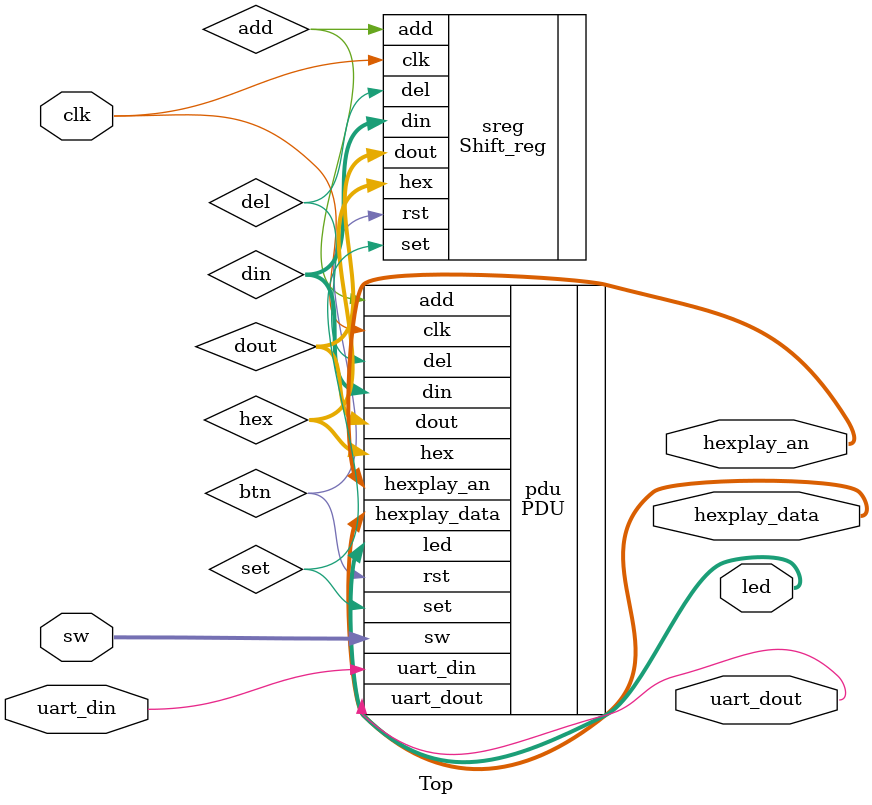
<source format=v>
`timescale 1ns / 1ps
/* 
 *   Author: wintermelon
 *   Last update: 2023.04.07
 */

module Top(
    input clk,	// system clock

    // Input: buttons and switches
    input [7:0] sw,	// sw7-0

    // Output: leds and segments	
    output [7:0] led,	            // led7-0
    output [2:0] hexplay_an,		// hexplay_an
    output [3:0] hexplay_data,		// hexplay_data

    // Uart: data transmission
    input uart_din,          // uart_tx
    output uart_dout        // uart_rx
);

    wire [31:0] dout, din;
    wire [3:0] hex;
    wire del, add, set;


    // PDU
    PDU pdu(
        .clk(clk),	
        .rst(btn),  

        // Input: buttons and switches
        .sw(sw),	

        // Output: leds and segments	
        .led(led),	            
        .hexplay_an(hexplay_an),		
        .hexplay_data(hexplay_data),	

        // Uart: data transmission
        .uart_din(uart_din),         
        .uart_dout(uart_dout),        

        // I/O bus:
        .dout(dout),
        .din(din),
        .hex(hex),
        
        // Control signals
        .add(add),          		
        .del(del),     
        .set(set)
    );

    // Shift register
    Shift_reg sreg(
        .clk(clk),	
        .rst(btn),       

        // I/O bus:
        .dout(dout),
        .din(din),
        .hex(hex),
        
        // Control signals
        .add(add),          		
        .del(del),     
        .set(set)
    );

endmodule

</source>
